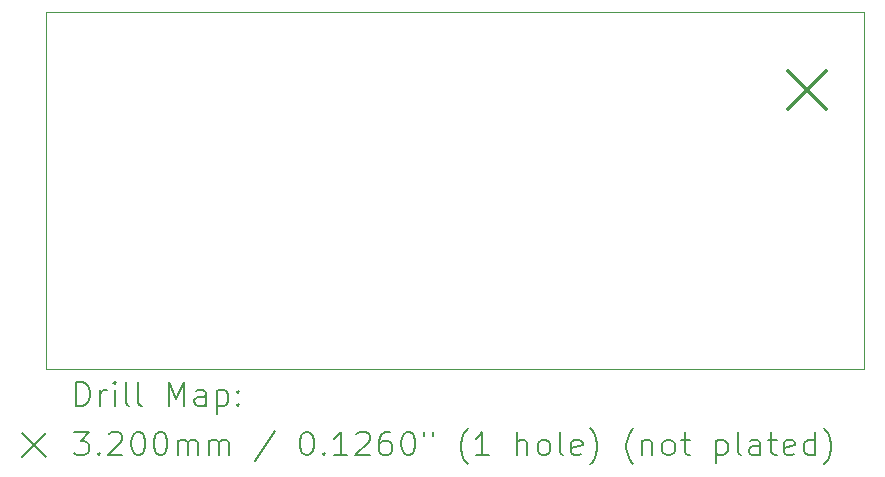
<source format=gbr>
%TF.GenerationSoftware,KiCad,Pcbnew,6.0.11-2627ca5db0~126~ubuntu22.04.1*%
%TF.CreationDate,2023-02-15T16:19:57+03:00*%
%TF.ProjectId,train_barrier,74726169-6e5f-4626-9172-726965722e6b,rev?*%
%TF.SameCoordinates,Original*%
%TF.FileFunction,Drillmap*%
%TF.FilePolarity,Positive*%
%FSLAX45Y45*%
G04 Gerber Fmt 4.5, Leading zero omitted, Abs format (unit mm)*
G04 Created by KiCad (PCBNEW 6.0.11-2627ca5db0~126~ubuntu22.04.1) date 2023-02-15 16:19:57*
%MOMM*%
%LPD*%
G01*
G04 APERTURE LIST*
%ADD10C,0.100000*%
%ADD11C,0.200000*%
%ADD12C,0.320000*%
G04 APERTURE END LIST*
D10*
X6300000Y-2520000D02*
X13220000Y-2520000D01*
X13220000Y-2520000D02*
X13220000Y-5540000D01*
X13220000Y-5540000D02*
X6300000Y-5540000D01*
X6300000Y-5540000D02*
X6300000Y-2520000D01*
D11*
D12*
X12580000Y-3020000D02*
X12900000Y-3340000D01*
X12900000Y-3020000D02*
X12580000Y-3340000D01*
D11*
X6552619Y-5855476D02*
X6552619Y-5655476D01*
X6600238Y-5655476D01*
X6628809Y-5665000D01*
X6647857Y-5684048D01*
X6657381Y-5703095D01*
X6666905Y-5741190D01*
X6666905Y-5769762D01*
X6657381Y-5807857D01*
X6647857Y-5826905D01*
X6628809Y-5845952D01*
X6600238Y-5855476D01*
X6552619Y-5855476D01*
X6752619Y-5855476D02*
X6752619Y-5722143D01*
X6752619Y-5760238D02*
X6762143Y-5741190D01*
X6771667Y-5731667D01*
X6790714Y-5722143D01*
X6809762Y-5722143D01*
X6876428Y-5855476D02*
X6876428Y-5722143D01*
X6876428Y-5655476D02*
X6866905Y-5665000D01*
X6876428Y-5674524D01*
X6885952Y-5665000D01*
X6876428Y-5655476D01*
X6876428Y-5674524D01*
X7000238Y-5855476D02*
X6981190Y-5845952D01*
X6971667Y-5826905D01*
X6971667Y-5655476D01*
X7105000Y-5855476D02*
X7085952Y-5845952D01*
X7076428Y-5826905D01*
X7076428Y-5655476D01*
X7333571Y-5855476D02*
X7333571Y-5655476D01*
X7400238Y-5798333D01*
X7466905Y-5655476D01*
X7466905Y-5855476D01*
X7647857Y-5855476D02*
X7647857Y-5750714D01*
X7638333Y-5731667D01*
X7619286Y-5722143D01*
X7581190Y-5722143D01*
X7562143Y-5731667D01*
X7647857Y-5845952D02*
X7628809Y-5855476D01*
X7581190Y-5855476D01*
X7562143Y-5845952D01*
X7552619Y-5826905D01*
X7552619Y-5807857D01*
X7562143Y-5788809D01*
X7581190Y-5779286D01*
X7628809Y-5779286D01*
X7647857Y-5769762D01*
X7743095Y-5722143D02*
X7743095Y-5922143D01*
X7743095Y-5731667D02*
X7762143Y-5722143D01*
X7800238Y-5722143D01*
X7819286Y-5731667D01*
X7828809Y-5741190D01*
X7838333Y-5760238D01*
X7838333Y-5817381D01*
X7828809Y-5836428D01*
X7819286Y-5845952D01*
X7800238Y-5855476D01*
X7762143Y-5855476D01*
X7743095Y-5845952D01*
X7924048Y-5836428D02*
X7933571Y-5845952D01*
X7924048Y-5855476D01*
X7914524Y-5845952D01*
X7924048Y-5836428D01*
X7924048Y-5855476D01*
X7924048Y-5731667D02*
X7933571Y-5741190D01*
X7924048Y-5750714D01*
X7914524Y-5741190D01*
X7924048Y-5731667D01*
X7924048Y-5750714D01*
X6095000Y-6085000D02*
X6295000Y-6285000D01*
X6295000Y-6085000D02*
X6095000Y-6285000D01*
X6533571Y-6075476D02*
X6657381Y-6075476D01*
X6590714Y-6151667D01*
X6619286Y-6151667D01*
X6638333Y-6161190D01*
X6647857Y-6170714D01*
X6657381Y-6189762D01*
X6657381Y-6237381D01*
X6647857Y-6256428D01*
X6638333Y-6265952D01*
X6619286Y-6275476D01*
X6562143Y-6275476D01*
X6543095Y-6265952D01*
X6533571Y-6256428D01*
X6743095Y-6256428D02*
X6752619Y-6265952D01*
X6743095Y-6275476D01*
X6733571Y-6265952D01*
X6743095Y-6256428D01*
X6743095Y-6275476D01*
X6828809Y-6094524D02*
X6838333Y-6085000D01*
X6857381Y-6075476D01*
X6905000Y-6075476D01*
X6924048Y-6085000D01*
X6933571Y-6094524D01*
X6943095Y-6113571D01*
X6943095Y-6132619D01*
X6933571Y-6161190D01*
X6819286Y-6275476D01*
X6943095Y-6275476D01*
X7066905Y-6075476D02*
X7085952Y-6075476D01*
X7105000Y-6085000D01*
X7114524Y-6094524D01*
X7124048Y-6113571D01*
X7133571Y-6151667D01*
X7133571Y-6199286D01*
X7124048Y-6237381D01*
X7114524Y-6256428D01*
X7105000Y-6265952D01*
X7085952Y-6275476D01*
X7066905Y-6275476D01*
X7047857Y-6265952D01*
X7038333Y-6256428D01*
X7028809Y-6237381D01*
X7019286Y-6199286D01*
X7019286Y-6151667D01*
X7028809Y-6113571D01*
X7038333Y-6094524D01*
X7047857Y-6085000D01*
X7066905Y-6075476D01*
X7257381Y-6075476D02*
X7276428Y-6075476D01*
X7295476Y-6085000D01*
X7305000Y-6094524D01*
X7314524Y-6113571D01*
X7324048Y-6151667D01*
X7324048Y-6199286D01*
X7314524Y-6237381D01*
X7305000Y-6256428D01*
X7295476Y-6265952D01*
X7276428Y-6275476D01*
X7257381Y-6275476D01*
X7238333Y-6265952D01*
X7228809Y-6256428D01*
X7219286Y-6237381D01*
X7209762Y-6199286D01*
X7209762Y-6151667D01*
X7219286Y-6113571D01*
X7228809Y-6094524D01*
X7238333Y-6085000D01*
X7257381Y-6075476D01*
X7409762Y-6275476D02*
X7409762Y-6142143D01*
X7409762Y-6161190D02*
X7419286Y-6151667D01*
X7438333Y-6142143D01*
X7466905Y-6142143D01*
X7485952Y-6151667D01*
X7495476Y-6170714D01*
X7495476Y-6275476D01*
X7495476Y-6170714D02*
X7505000Y-6151667D01*
X7524048Y-6142143D01*
X7552619Y-6142143D01*
X7571667Y-6151667D01*
X7581190Y-6170714D01*
X7581190Y-6275476D01*
X7676428Y-6275476D02*
X7676428Y-6142143D01*
X7676428Y-6161190D02*
X7685952Y-6151667D01*
X7705000Y-6142143D01*
X7733571Y-6142143D01*
X7752619Y-6151667D01*
X7762143Y-6170714D01*
X7762143Y-6275476D01*
X7762143Y-6170714D02*
X7771667Y-6151667D01*
X7790714Y-6142143D01*
X7819286Y-6142143D01*
X7838333Y-6151667D01*
X7847857Y-6170714D01*
X7847857Y-6275476D01*
X8238333Y-6065952D02*
X8066905Y-6323095D01*
X8495476Y-6075476D02*
X8514524Y-6075476D01*
X8533571Y-6085000D01*
X8543095Y-6094524D01*
X8552619Y-6113571D01*
X8562143Y-6151667D01*
X8562143Y-6199286D01*
X8552619Y-6237381D01*
X8543095Y-6256428D01*
X8533571Y-6265952D01*
X8514524Y-6275476D01*
X8495476Y-6275476D01*
X8476429Y-6265952D01*
X8466905Y-6256428D01*
X8457381Y-6237381D01*
X8447857Y-6199286D01*
X8447857Y-6151667D01*
X8457381Y-6113571D01*
X8466905Y-6094524D01*
X8476429Y-6085000D01*
X8495476Y-6075476D01*
X8647857Y-6256428D02*
X8657381Y-6265952D01*
X8647857Y-6275476D01*
X8638333Y-6265952D01*
X8647857Y-6256428D01*
X8647857Y-6275476D01*
X8847857Y-6275476D02*
X8733571Y-6275476D01*
X8790714Y-6275476D02*
X8790714Y-6075476D01*
X8771667Y-6104048D01*
X8752619Y-6123095D01*
X8733571Y-6132619D01*
X8924048Y-6094524D02*
X8933571Y-6085000D01*
X8952619Y-6075476D01*
X9000238Y-6075476D01*
X9019286Y-6085000D01*
X9028810Y-6094524D01*
X9038333Y-6113571D01*
X9038333Y-6132619D01*
X9028810Y-6161190D01*
X8914524Y-6275476D01*
X9038333Y-6275476D01*
X9209762Y-6075476D02*
X9171667Y-6075476D01*
X9152619Y-6085000D01*
X9143095Y-6094524D01*
X9124048Y-6123095D01*
X9114524Y-6161190D01*
X9114524Y-6237381D01*
X9124048Y-6256428D01*
X9133571Y-6265952D01*
X9152619Y-6275476D01*
X9190714Y-6275476D01*
X9209762Y-6265952D01*
X9219286Y-6256428D01*
X9228810Y-6237381D01*
X9228810Y-6189762D01*
X9219286Y-6170714D01*
X9209762Y-6161190D01*
X9190714Y-6151667D01*
X9152619Y-6151667D01*
X9133571Y-6161190D01*
X9124048Y-6170714D01*
X9114524Y-6189762D01*
X9352619Y-6075476D02*
X9371667Y-6075476D01*
X9390714Y-6085000D01*
X9400238Y-6094524D01*
X9409762Y-6113571D01*
X9419286Y-6151667D01*
X9419286Y-6199286D01*
X9409762Y-6237381D01*
X9400238Y-6256428D01*
X9390714Y-6265952D01*
X9371667Y-6275476D01*
X9352619Y-6275476D01*
X9333571Y-6265952D01*
X9324048Y-6256428D01*
X9314524Y-6237381D01*
X9305000Y-6199286D01*
X9305000Y-6151667D01*
X9314524Y-6113571D01*
X9324048Y-6094524D01*
X9333571Y-6085000D01*
X9352619Y-6075476D01*
X9495476Y-6075476D02*
X9495476Y-6113571D01*
X9571667Y-6075476D02*
X9571667Y-6113571D01*
X9866905Y-6351667D02*
X9857381Y-6342143D01*
X9838333Y-6313571D01*
X9828810Y-6294524D01*
X9819286Y-6265952D01*
X9809762Y-6218333D01*
X9809762Y-6180238D01*
X9819286Y-6132619D01*
X9828810Y-6104048D01*
X9838333Y-6085000D01*
X9857381Y-6056428D01*
X9866905Y-6046905D01*
X10047857Y-6275476D02*
X9933571Y-6275476D01*
X9990714Y-6275476D02*
X9990714Y-6075476D01*
X9971667Y-6104048D01*
X9952619Y-6123095D01*
X9933571Y-6132619D01*
X10285952Y-6275476D02*
X10285952Y-6075476D01*
X10371667Y-6275476D02*
X10371667Y-6170714D01*
X10362143Y-6151667D01*
X10343095Y-6142143D01*
X10314524Y-6142143D01*
X10295476Y-6151667D01*
X10285952Y-6161190D01*
X10495476Y-6275476D02*
X10476429Y-6265952D01*
X10466905Y-6256428D01*
X10457381Y-6237381D01*
X10457381Y-6180238D01*
X10466905Y-6161190D01*
X10476429Y-6151667D01*
X10495476Y-6142143D01*
X10524048Y-6142143D01*
X10543095Y-6151667D01*
X10552619Y-6161190D01*
X10562143Y-6180238D01*
X10562143Y-6237381D01*
X10552619Y-6256428D01*
X10543095Y-6265952D01*
X10524048Y-6275476D01*
X10495476Y-6275476D01*
X10676429Y-6275476D02*
X10657381Y-6265952D01*
X10647857Y-6246905D01*
X10647857Y-6075476D01*
X10828810Y-6265952D02*
X10809762Y-6275476D01*
X10771667Y-6275476D01*
X10752619Y-6265952D01*
X10743095Y-6246905D01*
X10743095Y-6170714D01*
X10752619Y-6151667D01*
X10771667Y-6142143D01*
X10809762Y-6142143D01*
X10828810Y-6151667D01*
X10838333Y-6170714D01*
X10838333Y-6189762D01*
X10743095Y-6208809D01*
X10905000Y-6351667D02*
X10914524Y-6342143D01*
X10933571Y-6313571D01*
X10943095Y-6294524D01*
X10952619Y-6265952D01*
X10962143Y-6218333D01*
X10962143Y-6180238D01*
X10952619Y-6132619D01*
X10943095Y-6104048D01*
X10933571Y-6085000D01*
X10914524Y-6056428D01*
X10905000Y-6046905D01*
X11266905Y-6351667D02*
X11257381Y-6342143D01*
X11238333Y-6313571D01*
X11228809Y-6294524D01*
X11219286Y-6265952D01*
X11209762Y-6218333D01*
X11209762Y-6180238D01*
X11219286Y-6132619D01*
X11228809Y-6104048D01*
X11238333Y-6085000D01*
X11257381Y-6056428D01*
X11266905Y-6046905D01*
X11343095Y-6142143D02*
X11343095Y-6275476D01*
X11343095Y-6161190D02*
X11352619Y-6151667D01*
X11371667Y-6142143D01*
X11400238Y-6142143D01*
X11419286Y-6151667D01*
X11428809Y-6170714D01*
X11428809Y-6275476D01*
X11552619Y-6275476D02*
X11533571Y-6265952D01*
X11524048Y-6256428D01*
X11514524Y-6237381D01*
X11514524Y-6180238D01*
X11524048Y-6161190D01*
X11533571Y-6151667D01*
X11552619Y-6142143D01*
X11581190Y-6142143D01*
X11600238Y-6151667D01*
X11609762Y-6161190D01*
X11619286Y-6180238D01*
X11619286Y-6237381D01*
X11609762Y-6256428D01*
X11600238Y-6265952D01*
X11581190Y-6275476D01*
X11552619Y-6275476D01*
X11676428Y-6142143D02*
X11752619Y-6142143D01*
X11705000Y-6075476D02*
X11705000Y-6246905D01*
X11714524Y-6265952D01*
X11733571Y-6275476D01*
X11752619Y-6275476D01*
X11971667Y-6142143D02*
X11971667Y-6342143D01*
X11971667Y-6151667D02*
X11990714Y-6142143D01*
X12028809Y-6142143D01*
X12047857Y-6151667D01*
X12057381Y-6161190D01*
X12066905Y-6180238D01*
X12066905Y-6237381D01*
X12057381Y-6256428D01*
X12047857Y-6265952D01*
X12028809Y-6275476D01*
X11990714Y-6275476D01*
X11971667Y-6265952D01*
X12181190Y-6275476D02*
X12162143Y-6265952D01*
X12152619Y-6246905D01*
X12152619Y-6075476D01*
X12343095Y-6275476D02*
X12343095Y-6170714D01*
X12333571Y-6151667D01*
X12314524Y-6142143D01*
X12276428Y-6142143D01*
X12257381Y-6151667D01*
X12343095Y-6265952D02*
X12324048Y-6275476D01*
X12276428Y-6275476D01*
X12257381Y-6265952D01*
X12247857Y-6246905D01*
X12247857Y-6227857D01*
X12257381Y-6208809D01*
X12276428Y-6199286D01*
X12324048Y-6199286D01*
X12343095Y-6189762D01*
X12409762Y-6142143D02*
X12485952Y-6142143D01*
X12438333Y-6075476D02*
X12438333Y-6246905D01*
X12447857Y-6265952D01*
X12466905Y-6275476D01*
X12485952Y-6275476D01*
X12628809Y-6265952D02*
X12609762Y-6275476D01*
X12571667Y-6275476D01*
X12552619Y-6265952D01*
X12543095Y-6246905D01*
X12543095Y-6170714D01*
X12552619Y-6151667D01*
X12571667Y-6142143D01*
X12609762Y-6142143D01*
X12628809Y-6151667D01*
X12638333Y-6170714D01*
X12638333Y-6189762D01*
X12543095Y-6208809D01*
X12809762Y-6275476D02*
X12809762Y-6075476D01*
X12809762Y-6265952D02*
X12790714Y-6275476D01*
X12752619Y-6275476D01*
X12733571Y-6265952D01*
X12724048Y-6256428D01*
X12714524Y-6237381D01*
X12714524Y-6180238D01*
X12724048Y-6161190D01*
X12733571Y-6151667D01*
X12752619Y-6142143D01*
X12790714Y-6142143D01*
X12809762Y-6151667D01*
X12885952Y-6351667D02*
X12895476Y-6342143D01*
X12914524Y-6313571D01*
X12924048Y-6294524D01*
X12933571Y-6265952D01*
X12943095Y-6218333D01*
X12943095Y-6180238D01*
X12933571Y-6132619D01*
X12924048Y-6104048D01*
X12914524Y-6085000D01*
X12895476Y-6056428D01*
X12885952Y-6046905D01*
M02*

</source>
